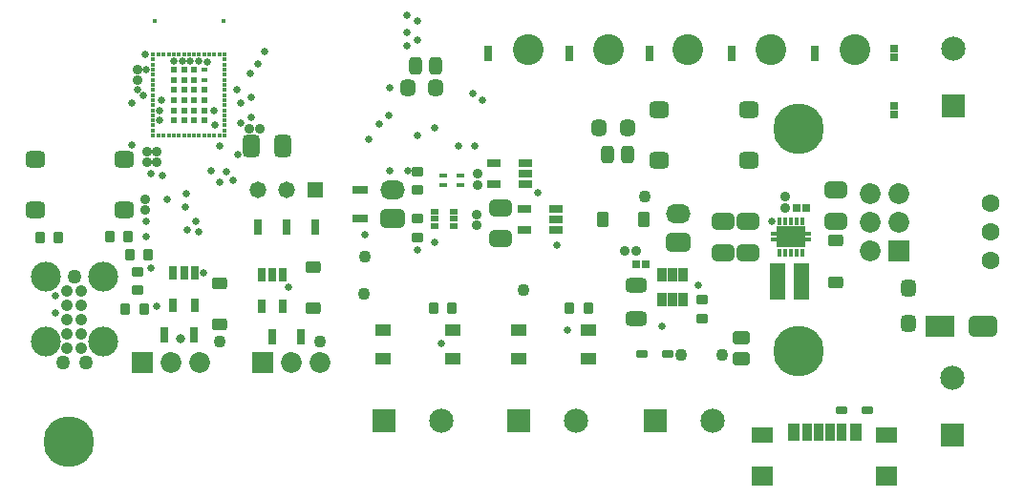
<source format=gts>
G04*
G04 #@! TF.GenerationSoftware,Altium Limited,Altium Designer,24.9.1 (31)*
G04*
G04 Layer_Color=8388736*
%FSLAX44Y44*%
%MOMM*%
G71*
G04*
G04 #@! TF.SameCoordinates,DA4EDB6E-3878-44D2-BF23-6E32A7E0A26F*
G04*
G04*
G04 #@! TF.FilePolarity,Negative*
G04*
G01*
G75*
%ADD18R,0.3500X0.3000*%
%ADD19R,0.3000X0.3500*%
%ADD20R,0.3500X0.3500*%
%ADD21R,0.3500X0.3500*%
%ADD22R,0.4300X0.4300*%
%ADD23R,0.6000X0.6000*%
%ADD24R,0.6000X0.4318*%
%ADD25R,0.5080X0.4318*%
%ADD58R,0.7112X0.3048*%
%ADD63R,1.0000X1.5000*%
%ADD64R,0.9600X1.5000*%
%ADD65R,0.9000X1.5000*%
%ADD66R,1.9000X1.8000*%
%ADD67R,1.9000X1.4000*%
G04:AMPARAMS|DCode=68|XSize=1.75mm|YSize=1.5mm|CornerRadius=0.425mm|HoleSize=0mm|Usage=FLASHONLY|Rotation=0.000|XOffset=0mm|YOffset=0mm|HoleType=Round|Shape=RoundedRectangle|*
%AMROUNDEDRECTD68*
21,1,1.7500,0.6500,0,0,0.0*
21,1,0.9000,1.5000,0,0,0.0*
1,1,0.8500,0.4500,-0.3250*
1,1,0.8500,-0.4500,-0.3250*
1,1,0.8500,-0.4500,0.3250*
1,1,0.8500,0.4500,0.3250*
%
%ADD68ROUNDEDRECTD68*%
%ADD69R,0.4400X0.8000*%
%ADD70R,2.6000X1.8500*%
%ADD71R,0.7000X0.4500*%
%ADD72R,0.8000X1.2000*%
G04:AMPARAMS|DCode=73|XSize=0.8mm|YSize=0.8mm|CornerRadius=0.25mm|HoleSize=0mm|Usage=FLASHONLY|Rotation=0.000|XOffset=0mm|YOffset=0mm|HoleType=Round|Shape=RoundedRectangle|*
%AMROUNDEDRECTD73*
21,1,0.8000,0.3000,0,0,0.0*
21,1,0.3000,0.8000,0,0,0.0*
1,1,0.5000,0.1500,-0.1500*
1,1,0.5000,-0.1500,-0.1500*
1,1,0.5000,-0.1500,0.1500*
1,1,0.5000,0.1500,0.1500*
%
%ADD73ROUNDEDRECTD73*%
G04:AMPARAMS|DCode=74|XSize=1.05mm|YSize=0.9mm|CornerRadius=0.275mm|HoleSize=0mm|Usage=FLASHONLY|Rotation=90.000|XOffset=0mm|YOffset=0mm|HoleType=Round|Shape=RoundedRectangle|*
%AMROUNDEDRECTD74*
21,1,1.0500,0.3500,0,0,90.0*
21,1,0.5000,0.9000,0,0,90.0*
1,1,0.5500,0.1750,0.2500*
1,1,0.5500,0.1750,-0.2500*
1,1,0.5500,-0.1750,-0.2500*
1,1,0.5500,-0.1750,0.2500*
%
%ADD74ROUNDEDRECTD74*%
G04:AMPARAMS|DCode=75|XSize=1.3mm|YSize=1.45mm|CornerRadius=0.375mm|HoleSize=0mm|Usage=FLASHONLY|Rotation=180.000|XOffset=0mm|YOffset=0mm|HoleType=Round|Shape=RoundedRectangle|*
%AMROUNDEDRECTD75*
21,1,1.3000,0.7000,0,0,180.0*
21,1,0.5500,1.4500,0,0,180.0*
1,1,0.7500,-0.2750,0.3500*
1,1,0.7500,0.2750,0.3500*
1,1,0.7500,0.2750,-0.3500*
1,1,0.7500,-0.2750,-0.3500*
%
%ADD75ROUNDEDRECTD75*%
%ADD76R,0.7000X0.8000*%
%ADD77R,1.4000X1.0000*%
G04:AMPARAMS|DCode=78|XSize=0.8mm|YSize=0.8mm|CornerRadius=0.25mm|HoleSize=0mm|Usage=FLASHONLY|Rotation=90.000|XOffset=0mm|YOffset=0mm|HoleType=Round|Shape=RoundedRectangle|*
%AMROUNDEDRECTD78*
21,1,0.8000,0.3000,0,0,90.0*
21,1,0.3000,0.8000,0,0,90.0*
1,1,0.5000,0.1500,0.1500*
1,1,0.5000,0.1500,-0.1500*
1,1,0.5000,-0.1500,-0.1500*
1,1,0.5000,-0.1500,0.1500*
%
%ADD78ROUNDEDRECTD78*%
G04:AMPARAMS|DCode=79|XSize=1.55mm|YSize=1.2mm|CornerRadius=0.35mm|HoleSize=0mm|Usage=FLASHONLY|Rotation=270.000|XOffset=0mm|YOffset=0mm|HoleType=Round|Shape=RoundedRectangle|*
%AMROUNDEDRECTD79*
21,1,1.5500,0.5000,0,0,270.0*
21,1,0.8500,1.2000,0,0,270.0*
1,1,0.7000,-0.2500,-0.4250*
1,1,0.7000,-0.2500,0.4250*
1,1,0.7000,0.2500,0.4250*
1,1,0.7000,0.2500,-0.4250*
%
%ADD79ROUNDEDRECTD79*%
G04:AMPARAMS|DCode=80|XSize=0.65mm|YSize=1.05mm|CornerRadius=0.2125mm|HoleSize=0mm|Usage=FLASHONLY|Rotation=270.000|XOffset=0mm|YOffset=0mm|HoleType=Round|Shape=RoundedRectangle|*
%AMROUNDEDRECTD80*
21,1,0.6500,0.6250,0,0,270.0*
21,1,0.2250,1.0500,0,0,270.0*
1,1,0.4250,-0.3125,-0.1125*
1,1,0.4250,-0.3125,0.1125*
1,1,0.4250,0.3125,0.1125*
1,1,0.4250,0.3125,-0.1125*
%
%ADD80ROUNDEDRECTD80*%
G04:AMPARAMS|DCode=81|XSize=1.35mm|YSize=1.5mm|CornerRadius=0.3875mm|HoleSize=0mm|Usage=FLASHONLY|Rotation=0.000|XOffset=0mm|YOffset=0mm|HoleType=Round|Shape=RoundedRectangle|*
%AMROUNDEDRECTD81*
21,1,1.3500,0.7250,0,0,0.0*
21,1,0.5750,1.5000,0,0,0.0*
1,1,0.7750,0.2875,-0.3625*
1,1,0.7750,-0.2875,-0.3625*
1,1,0.7750,-0.2875,0.3625*
1,1,0.7750,0.2875,0.3625*
%
%ADD81ROUNDEDRECTD81*%
G04:AMPARAMS|DCode=82|XSize=1.4mm|YSize=1.1mm|CornerRadius=0.325mm|HoleSize=0mm|Usage=FLASHONLY|Rotation=270.000|XOffset=0mm|YOffset=0mm|HoleType=Round|Shape=RoundedRectangle|*
%AMROUNDEDRECTD82*
21,1,1.4000,0.4500,0,0,270.0*
21,1,0.7500,1.1000,0,0,270.0*
1,1,0.6500,-0.2250,-0.3750*
1,1,0.6500,-0.2250,0.3750*
1,1,0.6500,0.2250,0.3750*
1,1,0.6500,0.2250,-0.3750*
%
%ADD82ROUNDEDRECTD82*%
G04:AMPARAMS|DCode=83|XSize=1.4mm|YSize=1.1mm|CornerRadius=0.325mm|HoleSize=0mm|Usage=FLASHONLY|Rotation=0.000|XOffset=0mm|YOffset=0mm|HoleType=Round|Shape=RoundedRectangle|*
%AMROUNDEDRECTD83*
21,1,1.4000,0.4500,0,0,0.0*
21,1,0.7500,1.1000,0,0,0.0*
1,1,0.6500,0.3750,-0.2250*
1,1,0.6500,-0.3750,-0.2250*
1,1,0.6500,-0.3750,0.2250*
1,1,0.6500,0.3750,0.2250*
%
%ADD83ROUNDEDRECTD83*%
G04:AMPARAMS|DCode=84|XSize=2mm|YSize=1.55mm|CornerRadius=0.4375mm|HoleSize=0mm|Usage=FLASHONLY|Rotation=0.000|XOffset=0mm|YOffset=0mm|HoleType=Round|Shape=RoundedRectangle|*
%AMROUNDEDRECTD84*
21,1,2.0000,0.6750,0,0,0.0*
21,1,1.1250,1.5500,0,0,0.0*
1,1,0.8750,0.5625,-0.3375*
1,1,0.8750,-0.5625,-0.3375*
1,1,0.8750,-0.5625,0.3375*
1,1,0.8750,0.5625,0.3375*
%
%ADD84ROUNDEDRECTD84*%
G04:AMPARAMS|DCode=85|XSize=1.05mm|YSize=0.9mm|CornerRadius=0.275mm|HoleSize=0mm|Usage=FLASHONLY|Rotation=0.000|XOffset=0mm|YOffset=0mm|HoleType=Round|Shape=RoundedRectangle|*
%AMROUNDEDRECTD85*
21,1,1.0500,0.3500,0,0,0.0*
21,1,0.5000,0.9000,0,0,0.0*
1,1,0.5500,0.2500,-0.1750*
1,1,0.5500,-0.2500,-0.1750*
1,1,0.5500,-0.2500,0.1750*
1,1,0.5500,0.2500,0.1750*
%
%ADD85ROUNDEDRECTD85*%
%ADD86R,0.9000X1.2000*%
G04:AMPARAMS|DCode=87|XSize=1.9mm|YSize=1.3mm|CornerRadius=0.375mm|HoleSize=0mm|Usage=FLASHONLY|Rotation=180.000|XOffset=0mm|YOffset=0mm|HoleType=Round|Shape=RoundedRectangle|*
%AMROUNDEDRECTD87*
21,1,1.9000,0.5500,0,0,180.0*
21,1,1.1500,1.3000,0,0,180.0*
1,1,0.7500,-0.5750,0.2750*
1,1,0.7500,0.5750,0.2750*
1,1,0.7500,0.5750,-0.2750*
1,1,0.7500,-0.5750,-0.2750*
%
%ADD87ROUNDEDRECTD87*%
G04:AMPARAMS|DCode=88|XSize=0.75mm|YSize=0.75mm|CornerRadius=0.2375mm|HoleSize=0mm|Usage=FLASHONLY|Rotation=270.000|XOffset=0mm|YOffset=0mm|HoleType=Round|Shape=RoundedRectangle|*
%AMROUNDEDRECTD88*
21,1,0.7500,0.2750,0,0,270.0*
21,1,0.2750,0.7500,0,0,270.0*
1,1,0.4750,-0.1375,-0.1375*
1,1,0.4750,-0.1375,0.1375*
1,1,0.4750,0.1375,0.1375*
1,1,0.4750,0.1375,-0.1375*
%
%ADD88ROUNDEDRECTD88*%
G04:AMPARAMS|DCode=89|XSize=1.9mm|YSize=2.6mm|CornerRadius=0.525mm|HoleSize=0mm|Usage=FLASHONLY|Rotation=90.000|XOffset=0mm|YOffset=0mm|HoleType=Round|Shape=RoundedRectangle|*
%AMROUNDEDRECTD89*
21,1,1.9000,1.5500,0,0,90.0*
21,1,0.8500,2.6000,0,0,90.0*
1,1,1.0500,0.7750,0.4250*
1,1,1.0500,0.7750,-0.4250*
1,1,1.0500,-0.7750,-0.4250*
1,1,1.0500,-0.7750,0.4250*
%
%ADD89ROUNDEDRECTD89*%
G04:AMPARAMS|DCode=90|XSize=1.9mm|YSize=2.6mm|CornerRadius=0.185mm|HoleSize=0mm|Usage=FLASHONLY|Rotation=90.000|XOffset=0mm|YOffset=0mm|HoleType=Round|Shape=RoundedRectangle|*
%AMROUNDEDRECTD90*
21,1,1.9000,2.2300,0,0,90.0*
21,1,1.5300,2.6000,0,0,90.0*
1,1,0.3700,1.1150,0.7650*
1,1,0.3700,1.1150,-0.7650*
1,1,0.3700,-1.1150,-0.7650*
1,1,0.3700,-1.1150,0.7650*
%
%ADD90ROUNDEDRECTD90*%
%ADD91R,1.3400X3.2500*%
G04:AMPARAMS|DCode=92|XSize=1.55mm|YSize=1.2mm|CornerRadius=0.35mm|HoleSize=0mm|Usage=FLASHONLY|Rotation=180.000|XOffset=0mm|YOffset=0mm|HoleType=Round|Shape=RoundedRectangle|*
%AMROUNDEDRECTD92*
21,1,1.5500,0.5000,0,0,180.0*
21,1,0.8500,1.2000,0,0,180.0*
1,1,0.7000,-0.4250,0.2500*
1,1,0.7000,0.4250,0.2500*
1,1,0.7000,0.4250,-0.2500*
1,1,0.7000,-0.4250,-0.2500*
%
%ADD92ROUNDEDRECTD92*%
G04:AMPARAMS|DCode=93|XSize=0.95mm|YSize=0.95mm|CornerRadius=0.2875mm|HoleSize=0mm|Usage=FLASHONLY|Rotation=270.000|XOffset=0mm|YOffset=0mm|HoleType=Round|Shape=RoundedRectangle|*
%AMROUNDEDRECTD93*
21,1,0.9500,0.3750,0,0,270.0*
21,1,0.3750,0.9500,0,0,270.0*
1,1,0.5750,-0.1875,-0.1875*
1,1,0.5750,-0.1875,0.1875*
1,1,0.5750,0.1875,0.1875*
1,1,0.5750,0.1875,-0.1875*
%
%ADD93ROUNDEDRECTD93*%
%ADD94R,1.2000X0.8000*%
%ADD95R,0.7500X0.5000*%
G04:AMPARAMS|DCode=96|XSize=2mm|YSize=1.55mm|CornerRadius=0.4375mm|HoleSize=0mm|Usage=FLASHONLY|Rotation=270.000|XOffset=0mm|YOffset=0mm|HoleType=Round|Shape=RoundedRectangle|*
%AMROUNDEDRECTD96*
21,1,2.0000,0.6750,0,0,270.0*
21,1,1.1250,1.5500,0,0,270.0*
1,1,0.8750,-0.3375,-0.5625*
1,1,0.8750,-0.3375,0.5625*
1,1,0.8750,0.3375,0.5625*
1,1,0.8750,0.3375,-0.5625*
%
%ADD96ROUNDEDRECTD96*%
%ADD97R,0.8000X0.7000*%
%ADD98C,1.0636*%
%ADD99C,1.1000*%
%ADD100R,2.1500X2.1500*%
%ADD101C,2.1500*%
%ADD102C,4.5000*%
%ADD103R,2.1500X2.1500*%
%ADD104O,2.2000X1.7000*%
G04:AMPARAMS|DCode=105|XSize=1.7mm|YSize=2.2mm|CornerRadius=0.475mm|HoleSize=0mm|Usage=FLASHONLY|Rotation=90.000|XOffset=0mm|YOffset=0mm|HoleType=Round|Shape=RoundedRectangle|*
%AMROUNDEDRECTD105*
21,1,1.7000,1.2500,0,0,90.0*
21,1,0.7500,2.2000,0,0,90.0*
1,1,0.9500,0.6250,0.3750*
1,1,0.9500,0.6250,-0.3750*
1,1,0.9500,-0.6250,-0.3750*
1,1,0.9500,-0.6250,0.3750*
%
%ADD105ROUNDEDRECTD105*%
%ADD106C,1.8500*%
%ADD107R,1.8500X1.8500*%
%ADD108C,1.6000*%
%ADD109R,1.8500X1.8500*%
%ADD110R,1.4750X1.4750*%
%ADD111C,1.4750*%
%ADD112C,1.2668*%
%ADD113C,2.6511*%
%ADD114C,2.7400*%
%ADD115C,0.6500*%
%ADD116C,0.8000*%
D18*
X17780Y951340D02*
D03*
Y946840D02*
D03*
Y942340D02*
D03*
Y937840D02*
D03*
Y933340D02*
D03*
Y928840D02*
D03*
Y924340D02*
D03*
Y919840D02*
D03*
Y915340D02*
D03*
Y910840D02*
D03*
Y906340D02*
D03*
Y901840D02*
D03*
Y897340D02*
D03*
Y892840D02*
D03*
Y888340D02*
D03*
X81280D02*
D03*
Y892840D02*
D03*
Y897340D02*
D03*
Y901840D02*
D03*
Y906340D02*
D03*
Y910840D02*
D03*
Y915340D02*
D03*
Y919840D02*
D03*
Y924340D02*
D03*
Y928840D02*
D03*
Y933340D02*
D03*
Y937840D02*
D03*
Y942340D02*
D03*
Y946840D02*
D03*
Y951340D02*
D03*
D19*
X22530Y883590D02*
D03*
X27030D02*
D03*
X31530D02*
D03*
X36030D02*
D03*
X40530D02*
D03*
X45030D02*
D03*
X49530D02*
D03*
X54030D02*
D03*
X58530D02*
D03*
X63030D02*
D03*
X67530D02*
D03*
X72030D02*
D03*
X76530D02*
D03*
Y956090D02*
D03*
X72030D02*
D03*
X67530D02*
D03*
X63030D02*
D03*
X58530D02*
D03*
X54030D02*
D03*
X49530D02*
D03*
X45030D02*
D03*
X40530D02*
D03*
X36030D02*
D03*
X31530D02*
D03*
X27030D02*
D03*
X22530D02*
D03*
D20*
X81280D02*
D03*
X17780D02*
D03*
D21*
X81280Y883590D02*
D03*
X17780D02*
D03*
D22*
X80030Y985690D02*
D03*
X19030D02*
D03*
D23*
X45030Y942340D02*
D03*
X36030D02*
D03*
X54030D02*
D03*
X45030Y933340D02*
D03*
X36030D02*
D03*
X54030D02*
D03*
X45030Y924340D02*
D03*
X36030D02*
D03*
X54030D02*
D03*
X63030D02*
D03*
X45030Y915340D02*
D03*
X36030D02*
D03*
X54030D02*
D03*
X63030D02*
D03*
X45030Y906340D02*
D03*
X36030D02*
D03*
X54030D02*
D03*
X63030D02*
D03*
X45030Y897340D02*
D03*
X36030D02*
D03*
X54030D02*
D03*
X63030D02*
D03*
D24*
Y942340D02*
D03*
D25*
Y933340D02*
D03*
D58*
X290244Y848043D02*
D03*
Y840042D02*
D03*
X275258D02*
D03*
Y848043D02*
D03*
D63*
X585429Y620614D02*
D03*
X640429D02*
D03*
D64*
X597729D02*
D03*
X628129D02*
D03*
D65*
X617929D02*
D03*
X607929D02*
D03*
D66*
X668129Y581714D02*
D03*
X557729D02*
D03*
D67*
X668129Y617714D02*
D03*
X557729D02*
D03*
D68*
X-87032Y862470D02*
D03*
X-7532D02*
D03*
X-87032Y817470D02*
D03*
X-7532D02*
D03*
X546100Y861954D02*
D03*
X466600D02*
D03*
X546100Y906954D02*
D03*
X466600D02*
D03*
D69*
X572866Y780011D02*
D03*
X577866D02*
D03*
X582866D02*
D03*
X587866D02*
D03*
X592866D02*
D03*
Y808011D02*
D03*
X587866D02*
D03*
X582866D02*
D03*
X577866D02*
D03*
X572866D02*
D03*
D70*
X582866Y794011D02*
D03*
D71*
X597366Y791511D02*
D03*
Y796511D02*
D03*
X568366D02*
D03*
Y791511D02*
D03*
D72*
X54582Y733618D02*
D03*
X35582D02*
D03*
Y761618D02*
D03*
X45082D02*
D03*
X54582D02*
D03*
X132805Y760422D02*
D03*
X123305D02*
D03*
X113805D02*
D03*
Y732422D02*
D03*
X132805D02*
D03*
D73*
X3810Y932686D02*
D03*
Y942086D02*
D03*
X12334Y869442D02*
D03*
Y860042D02*
D03*
X10414Y818063D02*
D03*
Y827462D02*
D03*
X577866Y819946D02*
D03*
Y829346D02*
D03*
X305308Y849632D02*
D03*
Y840232D02*
D03*
X304800Y804160D02*
D03*
Y813560D02*
D03*
X21082Y869442D02*
D03*
Y860042D02*
D03*
D74*
X282680Y730614D02*
D03*
X266180D02*
D03*
X403474Y730297D02*
D03*
X386974D02*
D03*
X-6754Y729991D02*
D03*
X9746D02*
D03*
X-82418Y793750D02*
D03*
X-65918D02*
D03*
X-20696Y794004D02*
D03*
X-4196D02*
D03*
X-3170Y778256D02*
D03*
X13330D02*
D03*
D75*
X268356Y925840D02*
D03*
X243356D02*
D03*
X438251Y890704D02*
D03*
X413251D02*
D03*
D76*
X204866Y810106D02*
D03*
X197866D02*
D03*
Y835506D02*
D03*
X204866D02*
D03*
D77*
X403553Y685434D02*
D03*
Y710834D02*
D03*
X342053D02*
D03*
Y685434D02*
D03*
X282973Y685942D02*
D03*
Y711342D02*
D03*
X221473D02*
D03*
Y685942D02*
D03*
D78*
X112238Y889840D02*
D03*
X102837D02*
D03*
X445516Y781424D02*
D03*
X436116D02*
D03*
D79*
X268356Y945340D02*
D03*
X250356D02*
D03*
X438251Y867222D02*
D03*
X420251D02*
D03*
D80*
X473694Y689800D02*
D03*
X451194D02*
D03*
X628129Y640114D02*
D03*
X650629D02*
D03*
D81*
X687192Y748035D02*
D03*
Y717035D02*
D03*
D82*
X415898Y809211D02*
D03*
X452898D02*
D03*
D83*
X622808Y753448D02*
D03*
Y790448D02*
D03*
X77151Y753026D02*
D03*
Y716026D02*
D03*
X160021Y767297D02*
D03*
Y730297D02*
D03*
D84*
X622808Y835474D02*
D03*
Y807974D02*
D03*
X545313Y807424D02*
D03*
Y779924D02*
D03*
X522624Y807511D02*
D03*
Y780011D02*
D03*
X325628Y792446D02*
D03*
Y819946D02*
D03*
D85*
X504456Y721451D02*
D03*
Y737952D02*
D03*
X251606Y851853D02*
D03*
Y835353D02*
D03*
Y793538D02*
D03*
Y810038D02*
D03*
X3996Y762922D02*
D03*
Y746422D02*
D03*
D86*
X468480Y738035D02*
D03*
X477980D02*
D03*
X487480D02*
D03*
Y760035D02*
D03*
X477980D02*
D03*
X468480D02*
D03*
D87*
X445516Y750592D02*
D03*
Y721592D02*
D03*
D88*
Y769535D02*
D03*
X454516D02*
D03*
X596866Y819946D02*
D03*
X587866D02*
D03*
D89*
X753222Y715010D02*
D03*
D90*
X715222D02*
D03*
D91*
X570927Y754285D02*
D03*
X592527D02*
D03*
D92*
X539362Y686033D02*
D03*
Y704033D02*
D03*
D93*
X521922Y689434D02*
D03*
X485922D02*
D03*
D94*
X346934Y799998D02*
D03*
Y818998D02*
D03*
X374934D02*
D03*
Y809498D02*
D03*
Y799998D02*
D03*
X320010Y840384D02*
D03*
Y859384D02*
D03*
X348010D02*
D03*
Y849884D02*
D03*
Y840384D02*
D03*
D95*
X267088Y816552D02*
D03*
Y810052D02*
D03*
Y803552D02*
D03*
X284588D02*
D03*
Y810052D02*
D03*
Y816552D02*
D03*
D96*
X104756Y874488D02*
D03*
X132256D02*
D03*
D97*
X148705Y701997D02*
D03*
Y708997D02*
D03*
X27758Y703415D02*
D03*
Y710415D02*
D03*
X53549Y703415D02*
D03*
Y710415D02*
D03*
X135947Y806136D02*
D03*
Y799136D02*
D03*
X161347Y806029D02*
D03*
Y799028D02*
D03*
X110212Y806136D02*
D03*
Y799136D02*
D03*
X123305Y701997D02*
D03*
Y708997D02*
D03*
X604266Y960000D02*
D03*
Y953000D02*
D03*
X530606Y960000D02*
D03*
Y953000D02*
D03*
X458123Y960000D02*
D03*
Y953000D02*
D03*
X386334Y960000D02*
D03*
Y953000D02*
D03*
X314928Y960000D02*
D03*
Y953000D02*
D03*
X674316Y953724D02*
D03*
Y960724D02*
D03*
Y902924D02*
D03*
Y909924D02*
D03*
D98*
X-58420Y745744D02*
D03*
Y733044D02*
D03*
Y720344D02*
D03*
Y707644D02*
D03*
Y694944D02*
D03*
X-45720D02*
D03*
Y707644D02*
D03*
Y720344D02*
D03*
Y733044D02*
D03*
Y745744D02*
D03*
D99*
X345948Y746506D02*
D03*
X204774Y743035D02*
D03*
X205019Y776721D02*
D03*
X453210Y830050D02*
D03*
X76780Y701294D02*
D03*
X165855D02*
D03*
D100*
X222130Y630364D02*
D03*
X342053D02*
D03*
X462444D02*
D03*
D101*
X272930D02*
D03*
X726372Y668464D02*
D03*
X392853Y630364D02*
D03*
X513244D02*
D03*
X727222Y960724D02*
D03*
D102*
X590000Y692635D02*
D03*
Y889508D02*
D03*
X-56886Y612394D02*
D03*
D103*
X726372Y617664D02*
D03*
X727222Y909924D02*
D03*
D104*
X229933Y835353D02*
D03*
X482854Y814324D02*
D03*
D105*
X229933Y809954D02*
D03*
X482854Y788924D02*
D03*
D106*
X653542Y832612D02*
D03*
Y807212D02*
D03*
X678942Y832612D02*
D03*
Y807212D02*
D03*
X653542Y781812D02*
D03*
X59295Y682244D02*
D03*
X33895D02*
D03*
X165855Y682193D02*
D03*
X140455D02*
D03*
D107*
X678942Y781812D02*
D03*
D108*
X760222Y823468D02*
D03*
Y798068D02*
D03*
Y772668D02*
D03*
D109*
X8495Y682244D02*
D03*
X115055Y682193D02*
D03*
D110*
X161347Y835462D02*
D03*
D111*
X135947D02*
D03*
X110547D02*
D03*
D112*
X-52070Y758444D02*
D03*
X-41920Y682244D02*
D03*
X-62220D02*
D03*
D113*
X-77470Y701294D02*
D03*
Y758444D02*
D03*
X-26670D02*
D03*
Y701294D02*
D03*
D114*
X639572Y960000D02*
D03*
X565658D02*
D03*
X491756D02*
D03*
X421640D02*
D03*
X350012D02*
D03*
D115*
X-68906Y726584D02*
D03*
X93075Y867227D02*
D03*
X104394Y899668D02*
D03*
X65324Y949164D02*
D03*
X58530Y949706D02*
D03*
X565866Y807593D02*
D03*
X137785Y749554D02*
D03*
X243356Y852523D02*
D03*
X10414Y956090D02*
D03*
X251606Y782522D02*
D03*
X205019Y795821D02*
D03*
X375221Y786684D02*
D03*
X95556Y894897D02*
D03*
Y912340D02*
D03*
X104997Y917933D02*
D03*
X242281Y990266D02*
D03*
X251606Y985266D02*
D03*
X242281Y975307D02*
D03*
Y963850D02*
D03*
X217998Y894340D02*
D03*
X116922Y958850D02*
D03*
X16030Y849925D02*
D03*
X11580Y942086D02*
D03*
X47082Y832506D02*
D03*
X55530Y807778D02*
D03*
X48082Y799885D02*
D03*
X-1190Y875541D02*
D03*
X-1209Y912340D02*
D03*
X8855Y919340D02*
D03*
X3810Y924340D02*
D03*
X500718Y750895D02*
D03*
X227811Y852307D02*
D03*
X358992Y833050D02*
D03*
X62326Y762210D02*
D03*
X-68804Y741426D02*
D03*
X23625Y897530D02*
D03*
X82323Y851987D02*
D03*
X92289Y924340D02*
D03*
X88392Y844042D02*
D03*
X272930Y699173D02*
D03*
X309688Y915340D02*
D03*
X300798Y921340D02*
D03*
X385303Y711497D02*
D03*
X468564Y714834D02*
D03*
X209042Y880872D02*
D03*
X76780Y874501D02*
D03*
X267088Y789388D02*
D03*
X227473Y925840D02*
D03*
X21180Y732491D02*
D03*
X46157Y820420D02*
D03*
X58530Y798254D02*
D03*
X29832Y827307D02*
D03*
X16030Y766618D02*
D03*
X11580Y794004D02*
D03*
Y807778D02*
D03*
X69030Y852307D02*
D03*
X72909Y892840D02*
D03*
X71780Y905759D02*
D03*
X76530Y842419D02*
D03*
X302514Y874501D02*
D03*
X288433D02*
D03*
X251606Y883901D02*
D03*
X267088Y890919D02*
D03*
X226314Y901840D02*
D03*
X23674Y906188D02*
D03*
X25146Y915162D02*
D03*
X110547Y947300D02*
D03*
X104172Y939101D02*
D03*
X251606Y968980D02*
D03*
X25530Y848273D02*
D03*
X50825Y949585D02*
D03*
X43740Y949590D02*
D03*
X36030Y949706D02*
D03*
D116*
X42145Y703326D02*
D03*
M02*

</source>
